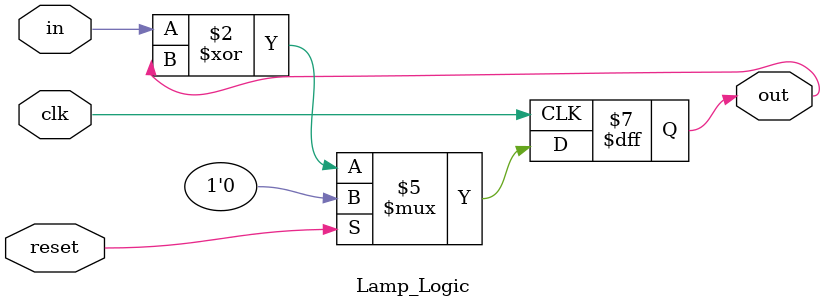
<source format=v>
module Lamp_Logic #(
    parameter INIT_VALUE = 0  
)(
    input wire clk,            
    input wire reset,         
    input wire in,
    output reg out
);

    initial begin
        out = INIT_VALUE;
    end

    always @(posedge clk) begin
        if (reset) begin
            out <= INIT_VALUE;
        end else begin
            out <= in ^ out; 
        end
    end

endmodule
</source>
